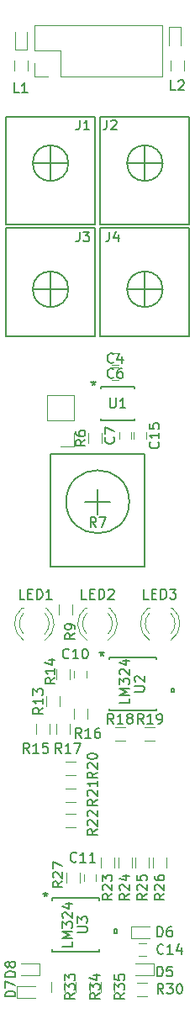
<source format=gbr>
G04 #@! TF.GenerationSoftware,KiCad,Pcbnew,(5.0.0)*
G04 #@! TF.CreationDate,2019-01-08T13:59:11-08:00*
G04 #@! TF.ProjectId,pcb,7063622E6B696361645F706362000000,rev?*
G04 #@! TF.SameCoordinates,Original*
G04 #@! TF.FileFunction,Legend,Top*
G04 #@! TF.FilePolarity,Positive*
%FSLAX46Y46*%
G04 Gerber Fmt 4.6, Leading zero omitted, Abs format (unit mm)*
G04 Created by KiCad (PCBNEW (5.0.0)) date 01/08/19 13:59:11*
%MOMM*%
%LPD*%
G01*
G04 APERTURE LIST*
%ADD10C,0.120000*%
%ADD11C,0.150000*%
%ADD12C,0.152400*%
G04 APERTURE END LIST*
D10*
G04 #@! TO.C,C10*
X147350000Y-115150000D02*
X147350000Y-115850000D01*
X146150000Y-115850000D02*
X146150000Y-115150000D01*
G04 #@! TO.C,C14*
X153350000Y-143850000D02*
X152650000Y-143850000D01*
X152650000Y-142650000D02*
X153350000Y-142650000D01*
G04 #@! TO.C,D8*
X142200000Y-148100000D02*
X140350000Y-148100000D01*
X142200000Y-146900000D02*
X140350000Y-146900000D01*
X140350000Y-146900000D02*
X140350000Y-148100000D01*
D11*
G04 #@! TO.C,R7*
X147230000Y-98150000D02*
X149770000Y-98150000D01*
X148500000Y-96880000D02*
X148500000Y-99420000D01*
X151675000Y-98150000D02*
G75*
G03X151675000Y-98150000I-3175000J0D01*
G01*
X143750000Y-93300000D02*
X143750000Y-104650000D01*
X153250000Y-93300000D02*
X153250000Y-104650000D01*
X143750000Y-104650000D02*
X153250000Y-104650000D01*
X143750000Y-93300000D02*
X153250000Y-93300000D01*
D10*
G04 #@! TO.C,C15*
X152150000Y-91850000D02*
X152150000Y-91150000D01*
X153350000Y-91150000D02*
X153350000Y-91850000D01*
G04 #@! TO.C,C11*
X147150000Y-136350000D02*
X147150000Y-135650000D01*
X148350000Y-135650000D02*
X148350000Y-136350000D01*
G04 #@! TO.C,C7*
X150650000Y-91850000D02*
X150650000Y-91150000D01*
X151850000Y-91150000D02*
X151850000Y-91850000D01*
G04 #@! TO.C,C6*
X149900000Y-83150000D02*
X150600000Y-83150000D01*
X150600000Y-84350000D02*
X149900000Y-84350000D01*
G04 #@! TO.C,C4*
X150600000Y-85850000D02*
X149900000Y-85850000D01*
X149900000Y-84650000D02*
X150600000Y-84650000D01*
G04 #@! TO.C,L1*
X140070000Y-54750000D02*
X140070000Y-53750000D01*
X141430000Y-53750000D02*
X141430000Y-54750000D01*
G04 #@! TO.C,L2*
X157180000Y-53750000D02*
X157180000Y-54750000D01*
X155820000Y-54750000D02*
X155820000Y-53750000D01*
G04 #@! TO.C,R34*
X147680000Y-146500000D02*
X147680000Y-147500000D01*
X146320000Y-147500000D02*
X146320000Y-146500000D01*
G04 #@! TO.C,R33*
X145180000Y-146500000D02*
X145180000Y-147500000D01*
X143820000Y-147500000D02*
X143820000Y-146500000D01*
G04 #@! TO.C,R20*
X146250000Y-125680000D02*
X145250000Y-125680000D01*
X145250000Y-124320000D02*
X146250000Y-124320000D01*
G04 #@! TO.C,R21*
X145250000Y-127070000D02*
X146250000Y-127070000D01*
X146250000Y-128430000D02*
X145250000Y-128430000D01*
G04 #@! TO.C,R30*
X152500000Y-146570000D02*
X153500000Y-146570000D01*
X153500000Y-147930000D02*
X152500000Y-147930000D01*
G04 #@! TO.C,R23*
X150180000Y-134000000D02*
X150180000Y-135000000D01*
X148820000Y-135000000D02*
X148820000Y-134000000D01*
G04 #@! TO.C,R24*
X150570000Y-135000000D02*
X150570000Y-134000000D01*
X151930000Y-134000000D02*
X151930000Y-135000000D01*
G04 #@! TO.C,R25*
X153680000Y-134000000D02*
X153680000Y-135000000D01*
X152320000Y-135000000D02*
X152320000Y-134000000D01*
G04 #@! TO.C,R18*
X150250000Y-120820000D02*
X151250000Y-120820000D01*
X151250000Y-122180000D02*
X150250000Y-122180000D01*
G04 #@! TO.C,R26*
X155430000Y-134000000D02*
X155430000Y-135000000D01*
X154070000Y-135000000D02*
X154070000Y-134000000D01*
G04 #@! TO.C,R27*
X146680000Y-135500000D02*
X146680000Y-136500000D01*
X145320000Y-136500000D02*
X145320000Y-135500000D01*
G04 #@! TO.C,R17*
X145680000Y-120500000D02*
X145680000Y-121500000D01*
X144320000Y-121500000D02*
X144320000Y-120500000D01*
G04 #@! TO.C,R19*
X153250000Y-120820000D02*
X154250000Y-120820000D01*
X154250000Y-122180000D02*
X153250000Y-122180000D01*
G04 #@! TO.C,R6*
X148930000Y-91250000D02*
X148930000Y-92250000D01*
X147570000Y-92250000D02*
X147570000Y-91250000D01*
G04 #@! TO.C,R9*
X145930000Y-108500000D02*
X145930000Y-109500000D01*
X144570000Y-109500000D02*
X144570000Y-108500000D01*
G04 #@! TO.C,R13*
X144680000Y-117750000D02*
X144680000Y-118750000D01*
X143320000Y-118750000D02*
X143320000Y-117750000D01*
G04 #@! TO.C,R14*
X145680000Y-115000000D02*
X145680000Y-116000000D01*
X144320000Y-116000000D02*
X144320000Y-115000000D01*
G04 #@! TO.C,R15*
X142320000Y-121500000D02*
X142320000Y-120500000D01*
X143680000Y-120500000D02*
X143680000Y-121500000D01*
G04 #@! TO.C,R16*
X146070000Y-120000000D02*
X146070000Y-119000000D01*
X147430000Y-119000000D02*
X147430000Y-120000000D01*
G04 #@! TO.C,R22*
X146250000Y-130930000D02*
X145250000Y-130930000D01*
X145250000Y-129570000D02*
X146250000Y-129570000D01*
G04 #@! TO.C,D5*
X152300000Y-144650000D02*
X154150000Y-144650000D01*
X152300000Y-145850000D02*
X154150000Y-145850000D01*
X154150000Y-145850000D02*
X154150000Y-144650000D01*
G04 #@! TO.C,D7*
X140800000Y-144650000D02*
X142650000Y-144650000D01*
X140800000Y-145850000D02*
X142650000Y-145850000D01*
X142650000Y-145850000D02*
X142650000Y-144650000D01*
G04 #@! TO.C,D2*
X156850000Y-50350000D02*
X155650000Y-50350000D01*
X156850000Y-52200000D02*
X156850000Y-50350000D01*
X155650000Y-52200000D02*
X155650000Y-50350000D01*
G04 #@! TO.C,D1*
X141350000Y-50800000D02*
X141350000Y-52650000D01*
X140150000Y-50800000D02*
X140150000Y-52650000D01*
X140150000Y-52650000D02*
X141350000Y-52650000D01*
G04 #@! TO.C,D6*
X153700000Y-142100000D02*
X151850000Y-142100000D01*
X153700000Y-140900000D02*
X151850000Y-140900000D01*
X151850000Y-140900000D02*
X151850000Y-142100000D01*
D11*
G04 #@! TO.C,J1*
X148250000Y-70250000D02*
X139250000Y-70250000D01*
X148250000Y-59350000D02*
X139250000Y-59350000D01*
X148250000Y-70250000D02*
X148250000Y-59350000D01*
X139250000Y-70250000D02*
X139250000Y-59350000D01*
X145550000Y-64050000D02*
G75*
G03X145550000Y-64050000I-1800000J0D01*
G01*
X143750000Y-65850000D02*
X143750000Y-62250000D01*
X145550000Y-64050000D02*
X141950000Y-64050000D01*
G04 #@! TO.C,J2*
X155050000Y-64050000D02*
X151450000Y-64050000D01*
X153250000Y-65850000D02*
X153250000Y-62250000D01*
X155050000Y-64050000D02*
G75*
G03X155050000Y-64050000I-1800000J0D01*
G01*
X148750000Y-70250000D02*
X148750000Y-59350000D01*
X157750000Y-70250000D02*
X157750000Y-59350000D01*
X157750000Y-59350000D02*
X148750000Y-59350000D01*
X157750000Y-70250000D02*
X148750000Y-70250000D01*
G04 #@! TO.C,J3*
X139250000Y-70550000D02*
X148250000Y-70550000D01*
X139250000Y-81450000D02*
X148250000Y-81450000D01*
X139250000Y-70550000D02*
X139250000Y-81450000D01*
X148250000Y-70550000D02*
X148250000Y-81450000D01*
X145550000Y-76750000D02*
G75*
G03X145550000Y-76750000I-1800000J0D01*
G01*
X143750000Y-74950000D02*
X143750000Y-78550000D01*
X141950000Y-76750000D02*
X145550000Y-76750000D01*
G04 #@! TO.C,J4*
X151450000Y-76750000D02*
X155050000Y-76750000D01*
X153250000Y-74950000D02*
X153250000Y-78550000D01*
X155050000Y-76750000D02*
G75*
G03X155050000Y-76750000I-1800000J0D01*
G01*
X157750000Y-70550000D02*
X157750000Y-81450000D01*
X148750000Y-70550000D02*
X148750000Y-81450000D01*
X148750000Y-81450000D02*
X157750000Y-81450000D01*
X148750000Y-70550000D02*
X157750000Y-70550000D01*
D10*
G04 #@! TO.C,MIC1*
X146080000Y-92580000D02*
X144750000Y-92580000D01*
X146080000Y-91250000D02*
X146080000Y-92580000D01*
X146080000Y-89980000D02*
X143420000Y-89980000D01*
X143420000Y-89980000D02*
X143420000Y-87380000D01*
X146080000Y-89980000D02*
X146080000Y-87380000D01*
X146080000Y-87380000D02*
X143420000Y-87380000D01*
D12*
G04 #@! TO.C,U2*
X155911600Y-116959499D02*
X156165600Y-116959499D01*
X155911600Y-117340499D02*
X155911600Y-116959499D01*
X156165600Y-117340499D02*
X155911600Y-117340499D01*
X156165600Y-116959499D02*
X156165600Y-117340499D01*
X154374900Y-114039461D02*
X154374900Y-113820300D01*
X149625100Y-118960539D02*
X149625100Y-119179700D01*
X149625100Y-113820300D02*
X149625100Y-114039459D01*
X154374900Y-113820300D02*
X149625100Y-113820300D01*
X154374900Y-119179700D02*
X154374900Y-118960541D01*
X149625100Y-119179700D02*
X154374900Y-119179700D01*
G04 #@! TO.C,U3*
X143875100Y-143429700D02*
X148624900Y-143429700D01*
X148624900Y-143429700D02*
X148624900Y-143210541D01*
X148624900Y-138070300D02*
X143875100Y-138070300D01*
X143875100Y-138070300D02*
X143875100Y-138289459D01*
X143875100Y-143210539D02*
X143875100Y-143429700D01*
X148624900Y-138289461D02*
X148624900Y-138070300D01*
X150415600Y-141209499D02*
X150415600Y-141590499D01*
X150415600Y-141590499D02*
X150161600Y-141590499D01*
X150161600Y-141590499D02*
X150161600Y-141209499D01*
X150161600Y-141209499D02*
X150415600Y-141209499D01*
G04 #@! TO.C,U1*
X148823600Y-89926400D02*
X152176400Y-89926400D01*
X152176400Y-89926400D02*
X152176400Y-89773639D01*
X152176400Y-86573600D02*
X148823600Y-86573600D01*
X148823600Y-86573600D02*
X148823600Y-86726361D01*
X148823600Y-89773639D02*
X148823600Y-89926400D01*
X152176400Y-86726361D02*
X152176400Y-86573600D01*
D10*
G04 #@! TO.C,JP4*
X142170000Y-55330000D02*
X142170000Y-54000000D01*
X143500000Y-55330000D02*
X142170000Y-55330000D01*
X142170000Y-52730000D02*
X142170000Y-50130000D01*
X144770000Y-52730000D02*
X142170000Y-52730000D01*
X144770000Y-55330000D02*
X144770000Y-52730000D01*
X142170000Y-50130000D02*
X154990000Y-50130000D01*
X144770000Y-55330000D02*
X154990000Y-55330000D01*
X154990000Y-55330000D02*
X154990000Y-50130000D01*
G04 #@! TO.C,LED1*
X141030000Y-108860000D02*
X140874000Y-108860000D01*
X143346000Y-108860000D02*
X143190000Y-108860000D01*
X141030163Y-111461130D02*
G75*
G02X141030000Y-109379039I1079837J1041130D01*
G01*
X143189837Y-111461130D02*
G75*
G03X143190000Y-109379039I-1079837J1041130D01*
G01*
X141031392Y-112092335D02*
G75*
G02X140874484Y-108860000I1078608J1672335D01*
G01*
X143188608Y-112092335D02*
G75*
G03X143345516Y-108860000I-1078608J1672335D01*
G01*
G04 #@! TO.C,LED2*
X147400000Y-108860000D02*
X147244000Y-108860000D01*
X149716000Y-108860000D02*
X149560000Y-108860000D01*
X147400163Y-111461130D02*
G75*
G02X147400000Y-109379039I1079837J1041130D01*
G01*
X149559837Y-111461130D02*
G75*
G03X149560000Y-109379039I-1079837J1041130D01*
G01*
X147401392Y-112092335D02*
G75*
G02X147244484Y-108860000I1078608J1672335D01*
G01*
X149558608Y-112092335D02*
G75*
G03X149715516Y-108860000I-1078608J1672335D01*
G01*
G04 #@! TO.C,LED3*
X155868608Y-112092335D02*
G75*
G03X156025516Y-108860000I-1078608J1672335D01*
G01*
X153711392Y-112092335D02*
G75*
G02X153554484Y-108860000I1078608J1672335D01*
G01*
X155869837Y-111461130D02*
G75*
G03X155870000Y-109379039I-1079837J1041130D01*
G01*
X153710163Y-111461130D02*
G75*
G02X153710000Y-109379039I1079837J1041130D01*
G01*
X156026000Y-108860000D02*
X155870000Y-108860000D01*
X153710000Y-108860000D02*
X153554000Y-108860000D01*
G04 #@! TO.C,R35*
X150180000Y-146500000D02*
X150180000Y-147500000D01*
X148820000Y-147500000D02*
X148820000Y-146500000D01*
G04 #@! TO.C,C10*
D11*
X145607142Y-113857142D02*
X145559523Y-113904761D01*
X145416666Y-113952380D01*
X145321428Y-113952380D01*
X145178571Y-113904761D01*
X145083333Y-113809523D01*
X145035714Y-113714285D01*
X144988095Y-113523809D01*
X144988095Y-113380952D01*
X145035714Y-113190476D01*
X145083333Y-113095238D01*
X145178571Y-113000000D01*
X145321428Y-112952380D01*
X145416666Y-112952380D01*
X145559523Y-113000000D01*
X145607142Y-113047619D01*
X146559523Y-113952380D02*
X145988095Y-113952380D01*
X146273809Y-113952380D02*
X146273809Y-112952380D01*
X146178571Y-113095238D01*
X146083333Y-113190476D01*
X145988095Y-113238095D01*
X147178571Y-112952380D02*
X147273809Y-112952380D01*
X147369047Y-113000000D01*
X147416666Y-113047619D01*
X147464285Y-113142857D01*
X147511904Y-113333333D01*
X147511904Y-113571428D01*
X147464285Y-113761904D01*
X147416666Y-113857142D01*
X147369047Y-113904761D01*
X147273809Y-113952380D01*
X147178571Y-113952380D01*
X147083333Y-113904761D01*
X147035714Y-113857142D01*
X146988095Y-113761904D01*
X146940476Y-113571428D01*
X146940476Y-113333333D01*
X146988095Y-113142857D01*
X147035714Y-113047619D01*
X147083333Y-113000000D01*
X147178571Y-112952380D01*
G04 #@! TO.C,C14*
X155107142Y-143607142D02*
X155059523Y-143654761D01*
X154916666Y-143702380D01*
X154821428Y-143702380D01*
X154678571Y-143654761D01*
X154583333Y-143559523D01*
X154535714Y-143464285D01*
X154488095Y-143273809D01*
X154488095Y-143130952D01*
X154535714Y-142940476D01*
X154583333Y-142845238D01*
X154678571Y-142750000D01*
X154821428Y-142702380D01*
X154916666Y-142702380D01*
X155059523Y-142750000D01*
X155107142Y-142797619D01*
X156059523Y-143702380D02*
X155488095Y-143702380D01*
X155773809Y-143702380D02*
X155773809Y-142702380D01*
X155678571Y-142845238D01*
X155583333Y-142940476D01*
X155488095Y-142988095D01*
X156916666Y-143035714D02*
X156916666Y-143702380D01*
X156678571Y-142654761D02*
X156440476Y-143369047D01*
X157059523Y-143369047D01*
G04 #@! TO.C,D8*
X140202380Y-145988095D02*
X139202380Y-145988095D01*
X139202380Y-145750000D01*
X139250000Y-145607142D01*
X139345238Y-145511904D01*
X139440476Y-145464285D01*
X139630952Y-145416666D01*
X139773809Y-145416666D01*
X139964285Y-145464285D01*
X140059523Y-145511904D01*
X140154761Y-145607142D01*
X140202380Y-145750000D01*
X140202380Y-145988095D01*
X139630952Y-144845238D02*
X139583333Y-144940476D01*
X139535714Y-144988095D01*
X139440476Y-145035714D01*
X139392857Y-145035714D01*
X139297619Y-144988095D01*
X139250000Y-144940476D01*
X139202380Y-144845238D01*
X139202380Y-144654761D01*
X139250000Y-144559523D01*
X139297619Y-144511904D01*
X139392857Y-144464285D01*
X139440476Y-144464285D01*
X139535714Y-144511904D01*
X139583333Y-144559523D01*
X139630952Y-144654761D01*
X139630952Y-144845238D01*
X139678571Y-144940476D01*
X139726190Y-144988095D01*
X139821428Y-145035714D01*
X140011904Y-145035714D01*
X140107142Y-144988095D01*
X140154761Y-144940476D01*
X140202380Y-144845238D01*
X140202380Y-144654761D01*
X140154761Y-144559523D01*
X140107142Y-144511904D01*
X140011904Y-144464285D01*
X139821428Y-144464285D01*
X139726190Y-144511904D01*
X139678571Y-144559523D01*
X139630952Y-144654761D01*
G04 #@! TO.C,R7*
X148333333Y-100702380D02*
X148000000Y-100226190D01*
X147761904Y-100702380D02*
X147761904Y-99702380D01*
X148142857Y-99702380D01*
X148238095Y-99750000D01*
X148285714Y-99797619D01*
X148333333Y-99892857D01*
X148333333Y-100035714D01*
X148285714Y-100130952D01*
X148238095Y-100178571D01*
X148142857Y-100226190D01*
X147761904Y-100226190D01*
X148666666Y-99702380D02*
X149333333Y-99702380D01*
X148904761Y-100702380D01*
G04 #@! TO.C,C15*
X154607142Y-92142857D02*
X154654761Y-92190476D01*
X154702380Y-92333333D01*
X154702380Y-92428571D01*
X154654761Y-92571428D01*
X154559523Y-92666666D01*
X154464285Y-92714285D01*
X154273809Y-92761904D01*
X154130952Y-92761904D01*
X153940476Y-92714285D01*
X153845238Y-92666666D01*
X153750000Y-92571428D01*
X153702380Y-92428571D01*
X153702380Y-92333333D01*
X153750000Y-92190476D01*
X153797619Y-92142857D01*
X154702380Y-91190476D02*
X154702380Y-91761904D01*
X154702380Y-91476190D02*
X153702380Y-91476190D01*
X153845238Y-91571428D01*
X153940476Y-91666666D01*
X153988095Y-91761904D01*
X153702380Y-90285714D02*
X153702380Y-90761904D01*
X154178571Y-90809523D01*
X154130952Y-90761904D01*
X154083333Y-90666666D01*
X154083333Y-90428571D01*
X154130952Y-90333333D01*
X154178571Y-90285714D01*
X154273809Y-90238095D01*
X154511904Y-90238095D01*
X154607142Y-90285714D01*
X154654761Y-90333333D01*
X154702380Y-90428571D01*
X154702380Y-90666666D01*
X154654761Y-90761904D01*
X154607142Y-90809523D01*
G04 #@! TO.C,C11*
X146357142Y-134357142D02*
X146309523Y-134404761D01*
X146166666Y-134452380D01*
X146071428Y-134452380D01*
X145928571Y-134404761D01*
X145833333Y-134309523D01*
X145785714Y-134214285D01*
X145738095Y-134023809D01*
X145738095Y-133880952D01*
X145785714Y-133690476D01*
X145833333Y-133595238D01*
X145928571Y-133500000D01*
X146071428Y-133452380D01*
X146166666Y-133452380D01*
X146309523Y-133500000D01*
X146357142Y-133547619D01*
X147309523Y-134452380D02*
X146738095Y-134452380D01*
X147023809Y-134452380D02*
X147023809Y-133452380D01*
X146928571Y-133595238D01*
X146833333Y-133690476D01*
X146738095Y-133738095D01*
X148261904Y-134452380D02*
X147690476Y-134452380D01*
X147976190Y-134452380D02*
X147976190Y-133452380D01*
X147880952Y-133595238D01*
X147785714Y-133690476D01*
X147690476Y-133738095D01*
G04 #@! TO.C,C7*
X150107142Y-91666666D02*
X150154761Y-91714285D01*
X150202380Y-91857142D01*
X150202380Y-91952380D01*
X150154761Y-92095238D01*
X150059523Y-92190476D01*
X149964285Y-92238095D01*
X149773809Y-92285714D01*
X149630952Y-92285714D01*
X149440476Y-92238095D01*
X149345238Y-92190476D01*
X149250000Y-92095238D01*
X149202380Y-91952380D01*
X149202380Y-91857142D01*
X149250000Y-91714285D01*
X149297619Y-91666666D01*
X149202380Y-91333333D02*
X149202380Y-90666666D01*
X150202380Y-91095238D01*
G04 #@! TO.C,C6*
X150083333Y-85607142D02*
X150035714Y-85654761D01*
X149892857Y-85702380D01*
X149797619Y-85702380D01*
X149654761Y-85654761D01*
X149559523Y-85559523D01*
X149511904Y-85464285D01*
X149464285Y-85273809D01*
X149464285Y-85130952D01*
X149511904Y-84940476D01*
X149559523Y-84845238D01*
X149654761Y-84750000D01*
X149797619Y-84702380D01*
X149892857Y-84702380D01*
X150035714Y-84750000D01*
X150083333Y-84797619D01*
X150940476Y-84702380D02*
X150750000Y-84702380D01*
X150654761Y-84750000D01*
X150607142Y-84797619D01*
X150511904Y-84940476D01*
X150464285Y-85130952D01*
X150464285Y-85511904D01*
X150511904Y-85607142D01*
X150559523Y-85654761D01*
X150654761Y-85702380D01*
X150845238Y-85702380D01*
X150940476Y-85654761D01*
X150988095Y-85607142D01*
X151035714Y-85511904D01*
X151035714Y-85273809D01*
X150988095Y-85178571D01*
X150940476Y-85130952D01*
X150845238Y-85083333D01*
X150654761Y-85083333D01*
X150559523Y-85130952D01*
X150511904Y-85178571D01*
X150464285Y-85273809D01*
G04 #@! TO.C,C4*
X150083333Y-84107142D02*
X150035714Y-84154761D01*
X149892857Y-84202380D01*
X149797619Y-84202380D01*
X149654761Y-84154761D01*
X149559523Y-84059523D01*
X149511904Y-83964285D01*
X149464285Y-83773809D01*
X149464285Y-83630952D01*
X149511904Y-83440476D01*
X149559523Y-83345238D01*
X149654761Y-83250000D01*
X149797619Y-83202380D01*
X149892857Y-83202380D01*
X150035714Y-83250000D01*
X150083333Y-83297619D01*
X150940476Y-83535714D02*
X150940476Y-84202380D01*
X150702380Y-83154761D02*
X150464285Y-83869047D01*
X151083333Y-83869047D01*
G04 #@! TO.C,L1*
X140583333Y-56952380D02*
X140107142Y-56952380D01*
X140107142Y-55952380D01*
X141440476Y-56952380D02*
X140869047Y-56952380D01*
X141154761Y-56952380D02*
X141154761Y-55952380D01*
X141059523Y-56095238D01*
X140964285Y-56190476D01*
X140869047Y-56238095D01*
G04 #@! TO.C,L2*
X156333333Y-56702380D02*
X155857142Y-56702380D01*
X155857142Y-55702380D01*
X156619047Y-55797619D02*
X156666666Y-55750000D01*
X156761904Y-55702380D01*
X157000000Y-55702380D01*
X157095238Y-55750000D01*
X157142857Y-55797619D01*
X157190476Y-55892857D01*
X157190476Y-55988095D01*
X157142857Y-56130952D01*
X156571428Y-56702380D01*
X157190476Y-56702380D01*
G04 #@! TO.C,R34*
X148702380Y-147642857D02*
X148226190Y-147976190D01*
X148702380Y-148214285D02*
X147702380Y-148214285D01*
X147702380Y-147833333D01*
X147750000Y-147738095D01*
X147797619Y-147690476D01*
X147892857Y-147642857D01*
X148035714Y-147642857D01*
X148130952Y-147690476D01*
X148178571Y-147738095D01*
X148226190Y-147833333D01*
X148226190Y-148214285D01*
X147702380Y-147309523D02*
X147702380Y-146690476D01*
X148083333Y-147023809D01*
X148083333Y-146880952D01*
X148130952Y-146785714D01*
X148178571Y-146738095D01*
X148273809Y-146690476D01*
X148511904Y-146690476D01*
X148607142Y-146738095D01*
X148654761Y-146785714D01*
X148702380Y-146880952D01*
X148702380Y-147166666D01*
X148654761Y-147261904D01*
X148607142Y-147309523D01*
X148035714Y-145833333D02*
X148702380Y-145833333D01*
X147654761Y-146071428D02*
X148369047Y-146309523D01*
X148369047Y-145690476D01*
G04 #@! TO.C,R33*
X146202380Y-147642857D02*
X145726190Y-147976190D01*
X146202380Y-148214285D02*
X145202380Y-148214285D01*
X145202380Y-147833333D01*
X145250000Y-147738095D01*
X145297619Y-147690476D01*
X145392857Y-147642857D01*
X145535714Y-147642857D01*
X145630952Y-147690476D01*
X145678571Y-147738095D01*
X145726190Y-147833333D01*
X145726190Y-148214285D01*
X145202380Y-147309523D02*
X145202380Y-146690476D01*
X145583333Y-147023809D01*
X145583333Y-146880952D01*
X145630952Y-146785714D01*
X145678571Y-146738095D01*
X145773809Y-146690476D01*
X146011904Y-146690476D01*
X146107142Y-146738095D01*
X146154761Y-146785714D01*
X146202380Y-146880952D01*
X146202380Y-147166666D01*
X146154761Y-147261904D01*
X146107142Y-147309523D01*
X145202380Y-146357142D02*
X145202380Y-145738095D01*
X145583333Y-146071428D01*
X145583333Y-145928571D01*
X145630952Y-145833333D01*
X145678571Y-145785714D01*
X145773809Y-145738095D01*
X146011904Y-145738095D01*
X146107142Y-145785714D01*
X146154761Y-145833333D01*
X146202380Y-145928571D01*
X146202380Y-146214285D01*
X146154761Y-146309523D01*
X146107142Y-146357142D01*
G04 #@! TO.C,R20*
X148452380Y-125392857D02*
X147976190Y-125726190D01*
X148452380Y-125964285D02*
X147452380Y-125964285D01*
X147452380Y-125583333D01*
X147500000Y-125488095D01*
X147547619Y-125440476D01*
X147642857Y-125392857D01*
X147785714Y-125392857D01*
X147880952Y-125440476D01*
X147928571Y-125488095D01*
X147976190Y-125583333D01*
X147976190Y-125964285D01*
X147547619Y-125011904D02*
X147500000Y-124964285D01*
X147452380Y-124869047D01*
X147452380Y-124630952D01*
X147500000Y-124535714D01*
X147547619Y-124488095D01*
X147642857Y-124440476D01*
X147738095Y-124440476D01*
X147880952Y-124488095D01*
X148452380Y-125059523D01*
X148452380Y-124440476D01*
X147452380Y-123821428D02*
X147452380Y-123726190D01*
X147500000Y-123630952D01*
X147547619Y-123583333D01*
X147642857Y-123535714D01*
X147833333Y-123488095D01*
X148071428Y-123488095D01*
X148261904Y-123535714D01*
X148357142Y-123583333D01*
X148404761Y-123630952D01*
X148452380Y-123726190D01*
X148452380Y-123821428D01*
X148404761Y-123916666D01*
X148357142Y-123964285D01*
X148261904Y-124011904D01*
X148071428Y-124059523D01*
X147833333Y-124059523D01*
X147642857Y-124011904D01*
X147547619Y-123964285D01*
X147500000Y-123916666D01*
X147452380Y-123821428D01*
G04 #@! TO.C,R21*
X148452380Y-128142857D02*
X147976190Y-128476190D01*
X148452380Y-128714285D02*
X147452380Y-128714285D01*
X147452380Y-128333333D01*
X147500000Y-128238095D01*
X147547619Y-128190476D01*
X147642857Y-128142857D01*
X147785714Y-128142857D01*
X147880952Y-128190476D01*
X147928571Y-128238095D01*
X147976190Y-128333333D01*
X147976190Y-128714285D01*
X147547619Y-127761904D02*
X147500000Y-127714285D01*
X147452380Y-127619047D01*
X147452380Y-127380952D01*
X147500000Y-127285714D01*
X147547619Y-127238095D01*
X147642857Y-127190476D01*
X147738095Y-127190476D01*
X147880952Y-127238095D01*
X148452380Y-127809523D01*
X148452380Y-127190476D01*
X148452380Y-126238095D02*
X148452380Y-126809523D01*
X148452380Y-126523809D02*
X147452380Y-126523809D01*
X147595238Y-126619047D01*
X147690476Y-126714285D01*
X147738095Y-126809523D01*
G04 #@! TO.C,R30*
X155107142Y-147702380D02*
X154773809Y-147226190D01*
X154535714Y-147702380D02*
X154535714Y-146702380D01*
X154916666Y-146702380D01*
X155011904Y-146750000D01*
X155059523Y-146797619D01*
X155107142Y-146892857D01*
X155107142Y-147035714D01*
X155059523Y-147130952D01*
X155011904Y-147178571D01*
X154916666Y-147226190D01*
X154535714Y-147226190D01*
X155440476Y-146702380D02*
X156059523Y-146702380D01*
X155726190Y-147083333D01*
X155869047Y-147083333D01*
X155964285Y-147130952D01*
X156011904Y-147178571D01*
X156059523Y-147273809D01*
X156059523Y-147511904D01*
X156011904Y-147607142D01*
X155964285Y-147654761D01*
X155869047Y-147702380D01*
X155583333Y-147702380D01*
X155488095Y-147654761D01*
X155440476Y-147607142D01*
X156678571Y-146702380D02*
X156773809Y-146702380D01*
X156869047Y-146750000D01*
X156916666Y-146797619D01*
X156964285Y-146892857D01*
X157011904Y-147083333D01*
X157011904Y-147321428D01*
X156964285Y-147511904D01*
X156916666Y-147607142D01*
X156869047Y-147654761D01*
X156773809Y-147702380D01*
X156678571Y-147702380D01*
X156583333Y-147654761D01*
X156535714Y-147607142D01*
X156488095Y-147511904D01*
X156440476Y-147321428D01*
X156440476Y-147083333D01*
X156488095Y-146892857D01*
X156535714Y-146797619D01*
X156583333Y-146750000D01*
X156678571Y-146702380D01*
G04 #@! TO.C,R23*
X149952380Y-137642857D02*
X149476190Y-137976190D01*
X149952380Y-138214285D02*
X148952380Y-138214285D01*
X148952380Y-137833333D01*
X149000000Y-137738095D01*
X149047619Y-137690476D01*
X149142857Y-137642857D01*
X149285714Y-137642857D01*
X149380952Y-137690476D01*
X149428571Y-137738095D01*
X149476190Y-137833333D01*
X149476190Y-138214285D01*
X149047619Y-137261904D02*
X149000000Y-137214285D01*
X148952380Y-137119047D01*
X148952380Y-136880952D01*
X149000000Y-136785714D01*
X149047619Y-136738095D01*
X149142857Y-136690476D01*
X149238095Y-136690476D01*
X149380952Y-136738095D01*
X149952380Y-137309523D01*
X149952380Y-136690476D01*
X148952380Y-136357142D02*
X148952380Y-135738095D01*
X149333333Y-136071428D01*
X149333333Y-135928571D01*
X149380952Y-135833333D01*
X149428571Y-135785714D01*
X149523809Y-135738095D01*
X149761904Y-135738095D01*
X149857142Y-135785714D01*
X149904761Y-135833333D01*
X149952380Y-135928571D01*
X149952380Y-136214285D01*
X149904761Y-136309523D01*
X149857142Y-136357142D01*
G04 #@! TO.C,R24*
X151702380Y-137642857D02*
X151226190Y-137976190D01*
X151702380Y-138214285D02*
X150702380Y-138214285D01*
X150702380Y-137833333D01*
X150750000Y-137738095D01*
X150797619Y-137690476D01*
X150892857Y-137642857D01*
X151035714Y-137642857D01*
X151130952Y-137690476D01*
X151178571Y-137738095D01*
X151226190Y-137833333D01*
X151226190Y-138214285D01*
X150797619Y-137261904D02*
X150750000Y-137214285D01*
X150702380Y-137119047D01*
X150702380Y-136880952D01*
X150750000Y-136785714D01*
X150797619Y-136738095D01*
X150892857Y-136690476D01*
X150988095Y-136690476D01*
X151130952Y-136738095D01*
X151702380Y-137309523D01*
X151702380Y-136690476D01*
X151035714Y-135833333D02*
X151702380Y-135833333D01*
X150654761Y-136071428D02*
X151369047Y-136309523D01*
X151369047Y-135690476D01*
G04 #@! TO.C,R25*
X153452380Y-137642857D02*
X152976190Y-137976190D01*
X153452380Y-138214285D02*
X152452380Y-138214285D01*
X152452380Y-137833333D01*
X152500000Y-137738095D01*
X152547619Y-137690476D01*
X152642857Y-137642857D01*
X152785714Y-137642857D01*
X152880952Y-137690476D01*
X152928571Y-137738095D01*
X152976190Y-137833333D01*
X152976190Y-138214285D01*
X152547619Y-137261904D02*
X152500000Y-137214285D01*
X152452380Y-137119047D01*
X152452380Y-136880952D01*
X152500000Y-136785714D01*
X152547619Y-136738095D01*
X152642857Y-136690476D01*
X152738095Y-136690476D01*
X152880952Y-136738095D01*
X153452380Y-137309523D01*
X153452380Y-136690476D01*
X152452380Y-135785714D02*
X152452380Y-136261904D01*
X152928571Y-136309523D01*
X152880952Y-136261904D01*
X152833333Y-136166666D01*
X152833333Y-135928571D01*
X152880952Y-135833333D01*
X152928571Y-135785714D01*
X153023809Y-135738095D01*
X153261904Y-135738095D01*
X153357142Y-135785714D01*
X153404761Y-135833333D01*
X153452380Y-135928571D01*
X153452380Y-136166666D01*
X153404761Y-136261904D01*
X153357142Y-136309523D01*
G04 #@! TO.C,R18*
X150107142Y-120502380D02*
X149773809Y-120026190D01*
X149535714Y-120502380D02*
X149535714Y-119502380D01*
X149916666Y-119502380D01*
X150011904Y-119550000D01*
X150059523Y-119597619D01*
X150107142Y-119692857D01*
X150107142Y-119835714D01*
X150059523Y-119930952D01*
X150011904Y-119978571D01*
X149916666Y-120026190D01*
X149535714Y-120026190D01*
X151059523Y-120502380D02*
X150488095Y-120502380D01*
X150773809Y-120502380D02*
X150773809Y-119502380D01*
X150678571Y-119645238D01*
X150583333Y-119740476D01*
X150488095Y-119788095D01*
X151630952Y-119930952D02*
X151535714Y-119883333D01*
X151488095Y-119835714D01*
X151440476Y-119740476D01*
X151440476Y-119692857D01*
X151488095Y-119597619D01*
X151535714Y-119550000D01*
X151630952Y-119502380D01*
X151821428Y-119502380D01*
X151916666Y-119550000D01*
X151964285Y-119597619D01*
X152011904Y-119692857D01*
X152011904Y-119740476D01*
X151964285Y-119835714D01*
X151916666Y-119883333D01*
X151821428Y-119930952D01*
X151630952Y-119930952D01*
X151535714Y-119978571D01*
X151488095Y-120026190D01*
X151440476Y-120121428D01*
X151440476Y-120311904D01*
X151488095Y-120407142D01*
X151535714Y-120454761D01*
X151630952Y-120502380D01*
X151821428Y-120502380D01*
X151916666Y-120454761D01*
X151964285Y-120407142D01*
X152011904Y-120311904D01*
X152011904Y-120121428D01*
X151964285Y-120026190D01*
X151916666Y-119978571D01*
X151821428Y-119930952D01*
G04 #@! TO.C,R26*
X155202380Y-137642857D02*
X154726190Y-137976190D01*
X155202380Y-138214285D02*
X154202380Y-138214285D01*
X154202380Y-137833333D01*
X154250000Y-137738095D01*
X154297619Y-137690476D01*
X154392857Y-137642857D01*
X154535714Y-137642857D01*
X154630952Y-137690476D01*
X154678571Y-137738095D01*
X154726190Y-137833333D01*
X154726190Y-138214285D01*
X154297619Y-137261904D02*
X154250000Y-137214285D01*
X154202380Y-137119047D01*
X154202380Y-136880952D01*
X154250000Y-136785714D01*
X154297619Y-136738095D01*
X154392857Y-136690476D01*
X154488095Y-136690476D01*
X154630952Y-136738095D01*
X155202380Y-137309523D01*
X155202380Y-136690476D01*
X154202380Y-135833333D02*
X154202380Y-136023809D01*
X154250000Y-136119047D01*
X154297619Y-136166666D01*
X154440476Y-136261904D01*
X154630952Y-136309523D01*
X155011904Y-136309523D01*
X155107142Y-136261904D01*
X155154761Y-136214285D01*
X155202380Y-136119047D01*
X155202380Y-135928571D01*
X155154761Y-135833333D01*
X155107142Y-135785714D01*
X155011904Y-135738095D01*
X154773809Y-135738095D01*
X154678571Y-135785714D01*
X154630952Y-135833333D01*
X154583333Y-135928571D01*
X154583333Y-136119047D01*
X154630952Y-136214285D01*
X154678571Y-136261904D01*
X154773809Y-136309523D01*
G04 #@! TO.C,R27*
X144952380Y-136392857D02*
X144476190Y-136726190D01*
X144952380Y-136964285D02*
X143952380Y-136964285D01*
X143952380Y-136583333D01*
X144000000Y-136488095D01*
X144047619Y-136440476D01*
X144142857Y-136392857D01*
X144285714Y-136392857D01*
X144380952Y-136440476D01*
X144428571Y-136488095D01*
X144476190Y-136583333D01*
X144476190Y-136964285D01*
X144047619Y-136011904D02*
X144000000Y-135964285D01*
X143952380Y-135869047D01*
X143952380Y-135630952D01*
X144000000Y-135535714D01*
X144047619Y-135488095D01*
X144142857Y-135440476D01*
X144238095Y-135440476D01*
X144380952Y-135488095D01*
X144952380Y-136059523D01*
X144952380Y-135440476D01*
X143952380Y-135107142D02*
X143952380Y-134440476D01*
X144952380Y-134869047D01*
G04 #@! TO.C,R17*
X144857142Y-123452380D02*
X144523809Y-122976190D01*
X144285714Y-123452380D02*
X144285714Y-122452380D01*
X144666666Y-122452380D01*
X144761904Y-122500000D01*
X144809523Y-122547619D01*
X144857142Y-122642857D01*
X144857142Y-122785714D01*
X144809523Y-122880952D01*
X144761904Y-122928571D01*
X144666666Y-122976190D01*
X144285714Y-122976190D01*
X145809523Y-123452380D02*
X145238095Y-123452380D01*
X145523809Y-123452380D02*
X145523809Y-122452380D01*
X145428571Y-122595238D01*
X145333333Y-122690476D01*
X145238095Y-122738095D01*
X146142857Y-122452380D02*
X146809523Y-122452380D01*
X146380952Y-123452380D01*
G04 #@! TO.C,R19*
X153107142Y-120502380D02*
X152773809Y-120026190D01*
X152535714Y-120502380D02*
X152535714Y-119502380D01*
X152916666Y-119502380D01*
X153011904Y-119550000D01*
X153059523Y-119597619D01*
X153107142Y-119692857D01*
X153107142Y-119835714D01*
X153059523Y-119930952D01*
X153011904Y-119978571D01*
X152916666Y-120026190D01*
X152535714Y-120026190D01*
X154059523Y-120502380D02*
X153488095Y-120502380D01*
X153773809Y-120502380D02*
X153773809Y-119502380D01*
X153678571Y-119645238D01*
X153583333Y-119740476D01*
X153488095Y-119788095D01*
X154535714Y-120502380D02*
X154726190Y-120502380D01*
X154821428Y-120454761D01*
X154869047Y-120407142D01*
X154964285Y-120264285D01*
X155011904Y-120073809D01*
X155011904Y-119692857D01*
X154964285Y-119597619D01*
X154916666Y-119550000D01*
X154821428Y-119502380D01*
X154630952Y-119502380D01*
X154535714Y-119550000D01*
X154488095Y-119597619D01*
X154440476Y-119692857D01*
X154440476Y-119930952D01*
X154488095Y-120026190D01*
X154535714Y-120073809D01*
X154630952Y-120121428D01*
X154821428Y-120121428D01*
X154916666Y-120073809D01*
X154964285Y-120026190D01*
X155011904Y-119930952D01*
G04 #@! TO.C,R6*
X147252380Y-91916666D02*
X146776190Y-92250000D01*
X147252380Y-92488095D02*
X146252380Y-92488095D01*
X146252380Y-92107142D01*
X146300000Y-92011904D01*
X146347619Y-91964285D01*
X146442857Y-91916666D01*
X146585714Y-91916666D01*
X146680952Y-91964285D01*
X146728571Y-92011904D01*
X146776190Y-92107142D01*
X146776190Y-92488095D01*
X146252380Y-91059523D02*
X146252380Y-91250000D01*
X146300000Y-91345238D01*
X146347619Y-91392857D01*
X146490476Y-91488095D01*
X146680952Y-91535714D01*
X147061904Y-91535714D01*
X147157142Y-91488095D01*
X147204761Y-91440476D01*
X147252380Y-91345238D01*
X147252380Y-91154761D01*
X147204761Y-91059523D01*
X147157142Y-91011904D01*
X147061904Y-90964285D01*
X146823809Y-90964285D01*
X146728571Y-91011904D01*
X146680952Y-91059523D01*
X146633333Y-91154761D01*
X146633333Y-91345238D01*
X146680952Y-91440476D01*
X146728571Y-91488095D01*
X146823809Y-91535714D01*
G04 #@! TO.C,R9*
X146202380Y-111416666D02*
X145726190Y-111750000D01*
X146202380Y-111988095D02*
X145202380Y-111988095D01*
X145202380Y-111607142D01*
X145250000Y-111511904D01*
X145297619Y-111464285D01*
X145392857Y-111416666D01*
X145535714Y-111416666D01*
X145630952Y-111464285D01*
X145678571Y-111511904D01*
X145726190Y-111607142D01*
X145726190Y-111988095D01*
X146202380Y-110940476D02*
X146202380Y-110750000D01*
X146154761Y-110654761D01*
X146107142Y-110607142D01*
X145964285Y-110511904D01*
X145773809Y-110464285D01*
X145392857Y-110464285D01*
X145297619Y-110511904D01*
X145250000Y-110559523D01*
X145202380Y-110654761D01*
X145202380Y-110845238D01*
X145250000Y-110940476D01*
X145297619Y-110988095D01*
X145392857Y-111035714D01*
X145630952Y-111035714D01*
X145726190Y-110988095D01*
X145773809Y-110940476D01*
X145821428Y-110845238D01*
X145821428Y-110654761D01*
X145773809Y-110559523D01*
X145726190Y-110511904D01*
X145630952Y-110464285D01*
G04 #@! TO.C,R13*
X143002380Y-118892857D02*
X142526190Y-119226190D01*
X143002380Y-119464285D02*
X142002380Y-119464285D01*
X142002380Y-119083333D01*
X142050000Y-118988095D01*
X142097619Y-118940476D01*
X142192857Y-118892857D01*
X142335714Y-118892857D01*
X142430952Y-118940476D01*
X142478571Y-118988095D01*
X142526190Y-119083333D01*
X142526190Y-119464285D01*
X143002380Y-117940476D02*
X143002380Y-118511904D01*
X143002380Y-118226190D02*
X142002380Y-118226190D01*
X142145238Y-118321428D01*
X142240476Y-118416666D01*
X142288095Y-118511904D01*
X142002380Y-117607142D02*
X142002380Y-116988095D01*
X142383333Y-117321428D01*
X142383333Y-117178571D01*
X142430952Y-117083333D01*
X142478571Y-117035714D01*
X142573809Y-116988095D01*
X142811904Y-116988095D01*
X142907142Y-117035714D01*
X142954761Y-117083333D01*
X143002380Y-117178571D01*
X143002380Y-117464285D01*
X142954761Y-117559523D01*
X142907142Y-117607142D01*
G04 #@! TO.C,R14*
X144202380Y-115892857D02*
X143726190Y-116226190D01*
X144202380Y-116464285D02*
X143202380Y-116464285D01*
X143202380Y-116083333D01*
X143250000Y-115988095D01*
X143297619Y-115940476D01*
X143392857Y-115892857D01*
X143535714Y-115892857D01*
X143630952Y-115940476D01*
X143678571Y-115988095D01*
X143726190Y-116083333D01*
X143726190Y-116464285D01*
X144202380Y-114940476D02*
X144202380Y-115511904D01*
X144202380Y-115226190D02*
X143202380Y-115226190D01*
X143345238Y-115321428D01*
X143440476Y-115416666D01*
X143488095Y-115511904D01*
X143535714Y-114083333D02*
X144202380Y-114083333D01*
X143154761Y-114321428D02*
X143869047Y-114559523D01*
X143869047Y-113940476D01*
G04 #@! TO.C,R15*
X141607142Y-123452380D02*
X141273809Y-122976190D01*
X141035714Y-123452380D02*
X141035714Y-122452380D01*
X141416666Y-122452380D01*
X141511904Y-122500000D01*
X141559523Y-122547619D01*
X141607142Y-122642857D01*
X141607142Y-122785714D01*
X141559523Y-122880952D01*
X141511904Y-122928571D01*
X141416666Y-122976190D01*
X141035714Y-122976190D01*
X142559523Y-123452380D02*
X141988095Y-123452380D01*
X142273809Y-123452380D02*
X142273809Y-122452380D01*
X142178571Y-122595238D01*
X142083333Y-122690476D01*
X141988095Y-122738095D01*
X143464285Y-122452380D02*
X142988095Y-122452380D01*
X142940476Y-122928571D01*
X142988095Y-122880952D01*
X143083333Y-122833333D01*
X143321428Y-122833333D01*
X143416666Y-122880952D01*
X143464285Y-122928571D01*
X143511904Y-123023809D01*
X143511904Y-123261904D01*
X143464285Y-123357142D01*
X143416666Y-123404761D01*
X143321428Y-123452380D01*
X143083333Y-123452380D01*
X142988095Y-123404761D01*
X142940476Y-123357142D01*
G04 #@! TO.C,R16*
X146857142Y-121952380D02*
X146523809Y-121476190D01*
X146285714Y-121952380D02*
X146285714Y-120952380D01*
X146666666Y-120952380D01*
X146761904Y-121000000D01*
X146809523Y-121047619D01*
X146857142Y-121142857D01*
X146857142Y-121285714D01*
X146809523Y-121380952D01*
X146761904Y-121428571D01*
X146666666Y-121476190D01*
X146285714Y-121476190D01*
X147809523Y-121952380D02*
X147238095Y-121952380D01*
X147523809Y-121952380D02*
X147523809Y-120952380D01*
X147428571Y-121095238D01*
X147333333Y-121190476D01*
X147238095Y-121238095D01*
X148666666Y-120952380D02*
X148476190Y-120952380D01*
X148380952Y-121000000D01*
X148333333Y-121047619D01*
X148238095Y-121190476D01*
X148190476Y-121380952D01*
X148190476Y-121761904D01*
X148238095Y-121857142D01*
X148285714Y-121904761D01*
X148380952Y-121952380D01*
X148571428Y-121952380D01*
X148666666Y-121904761D01*
X148714285Y-121857142D01*
X148761904Y-121761904D01*
X148761904Y-121523809D01*
X148714285Y-121428571D01*
X148666666Y-121380952D01*
X148571428Y-121333333D01*
X148380952Y-121333333D01*
X148285714Y-121380952D01*
X148238095Y-121428571D01*
X148190476Y-121523809D01*
G04 #@! TO.C,R22*
X148452380Y-131142857D02*
X147976190Y-131476190D01*
X148452380Y-131714285D02*
X147452380Y-131714285D01*
X147452380Y-131333333D01*
X147500000Y-131238095D01*
X147547619Y-131190476D01*
X147642857Y-131142857D01*
X147785714Y-131142857D01*
X147880952Y-131190476D01*
X147928571Y-131238095D01*
X147976190Y-131333333D01*
X147976190Y-131714285D01*
X147547619Y-130761904D02*
X147500000Y-130714285D01*
X147452380Y-130619047D01*
X147452380Y-130380952D01*
X147500000Y-130285714D01*
X147547619Y-130238095D01*
X147642857Y-130190476D01*
X147738095Y-130190476D01*
X147880952Y-130238095D01*
X148452380Y-130809523D01*
X148452380Y-130190476D01*
X147547619Y-129809523D02*
X147500000Y-129761904D01*
X147452380Y-129666666D01*
X147452380Y-129428571D01*
X147500000Y-129333333D01*
X147547619Y-129285714D01*
X147642857Y-129238095D01*
X147738095Y-129238095D01*
X147880952Y-129285714D01*
X148452380Y-129857142D01*
X148452380Y-129238095D01*
G04 #@! TO.C,D5*
X154511904Y-145952380D02*
X154511904Y-144952380D01*
X154750000Y-144952380D01*
X154892857Y-145000000D01*
X154988095Y-145095238D01*
X155035714Y-145190476D01*
X155083333Y-145380952D01*
X155083333Y-145523809D01*
X155035714Y-145714285D01*
X154988095Y-145809523D01*
X154892857Y-145904761D01*
X154750000Y-145952380D01*
X154511904Y-145952380D01*
X155988095Y-144952380D02*
X155511904Y-144952380D01*
X155464285Y-145428571D01*
X155511904Y-145380952D01*
X155607142Y-145333333D01*
X155845238Y-145333333D01*
X155940476Y-145380952D01*
X155988095Y-145428571D01*
X156035714Y-145523809D01*
X156035714Y-145761904D01*
X155988095Y-145857142D01*
X155940476Y-145904761D01*
X155845238Y-145952380D01*
X155607142Y-145952380D01*
X155511904Y-145904761D01*
X155464285Y-145857142D01*
G04 #@! TO.C,D7*
X140202380Y-147988095D02*
X139202380Y-147988095D01*
X139202380Y-147750000D01*
X139250000Y-147607142D01*
X139345238Y-147511904D01*
X139440476Y-147464285D01*
X139630952Y-147416666D01*
X139773809Y-147416666D01*
X139964285Y-147464285D01*
X140059523Y-147511904D01*
X140154761Y-147607142D01*
X140202380Y-147750000D01*
X140202380Y-147988095D01*
X139202380Y-147083333D02*
X139202380Y-146416666D01*
X140202380Y-146845238D01*
G04 #@! TO.C,D6*
X154511904Y-141952380D02*
X154511904Y-140952380D01*
X154750000Y-140952380D01*
X154892857Y-141000000D01*
X154988095Y-141095238D01*
X155035714Y-141190476D01*
X155083333Y-141380952D01*
X155083333Y-141523809D01*
X155035714Y-141714285D01*
X154988095Y-141809523D01*
X154892857Y-141904761D01*
X154750000Y-141952380D01*
X154511904Y-141952380D01*
X155940476Y-140952380D02*
X155750000Y-140952380D01*
X155654761Y-141000000D01*
X155607142Y-141047619D01*
X155511904Y-141190476D01*
X155464285Y-141380952D01*
X155464285Y-141761904D01*
X155511904Y-141857142D01*
X155559523Y-141904761D01*
X155654761Y-141952380D01*
X155845238Y-141952380D01*
X155940476Y-141904761D01*
X155988095Y-141857142D01*
X156035714Y-141761904D01*
X156035714Y-141523809D01*
X155988095Y-141428571D01*
X155940476Y-141380952D01*
X155845238Y-141333333D01*
X155654761Y-141333333D01*
X155559523Y-141380952D01*
X155511904Y-141428571D01*
X155464285Y-141523809D01*
G04 #@! TO.C,J1*
X146666666Y-59702380D02*
X146666666Y-60416666D01*
X146619047Y-60559523D01*
X146523809Y-60654761D01*
X146380952Y-60702380D01*
X146285714Y-60702380D01*
X147666666Y-60702380D02*
X147095238Y-60702380D01*
X147380952Y-60702380D02*
X147380952Y-59702380D01*
X147285714Y-59845238D01*
X147190476Y-59940476D01*
X147095238Y-59988095D01*
G04 #@! TO.C,J2*
X149416666Y-59702380D02*
X149416666Y-60416666D01*
X149369047Y-60559523D01*
X149273809Y-60654761D01*
X149130952Y-60702380D01*
X149035714Y-60702380D01*
X149845238Y-59797619D02*
X149892857Y-59750000D01*
X149988095Y-59702380D01*
X150226190Y-59702380D01*
X150321428Y-59750000D01*
X150369047Y-59797619D01*
X150416666Y-59892857D01*
X150416666Y-59988095D01*
X150369047Y-60130952D01*
X149797619Y-60702380D01*
X150416666Y-60702380D01*
G04 #@! TO.C,J3*
X146666666Y-70952380D02*
X146666666Y-71666666D01*
X146619047Y-71809523D01*
X146523809Y-71904761D01*
X146380952Y-71952380D01*
X146285714Y-71952380D01*
X147047619Y-70952380D02*
X147666666Y-70952380D01*
X147333333Y-71333333D01*
X147476190Y-71333333D01*
X147571428Y-71380952D01*
X147619047Y-71428571D01*
X147666666Y-71523809D01*
X147666666Y-71761904D01*
X147619047Y-71857142D01*
X147571428Y-71904761D01*
X147476190Y-71952380D01*
X147190476Y-71952380D01*
X147095238Y-71904761D01*
X147047619Y-71857142D01*
G04 #@! TO.C,J4*
X149666666Y-70952380D02*
X149666666Y-71666666D01*
X149619047Y-71809523D01*
X149523809Y-71904761D01*
X149380952Y-71952380D01*
X149285714Y-71952380D01*
X150571428Y-71285714D02*
X150571428Y-71952380D01*
X150333333Y-70904761D02*
X150095238Y-71619047D01*
X150714285Y-71619047D01*
G04 #@! TO.C,U2*
X152202380Y-117261904D02*
X153011904Y-117261904D01*
X153107142Y-117214285D01*
X153154761Y-117166666D01*
X153202380Y-117071428D01*
X153202380Y-116880952D01*
X153154761Y-116785714D01*
X153107142Y-116738095D01*
X153011904Y-116690476D01*
X152202380Y-116690476D01*
X152297619Y-116261904D02*
X152250000Y-116214285D01*
X152202380Y-116119047D01*
X152202380Y-115880952D01*
X152250000Y-115785714D01*
X152297619Y-115738095D01*
X152392857Y-115690476D01*
X152488095Y-115690476D01*
X152630952Y-115738095D01*
X153202380Y-116309523D01*
X153202380Y-115690476D01*
X151702380Y-117940476D02*
X151702380Y-118416666D01*
X150702380Y-118416666D01*
X151702380Y-117607142D02*
X150702380Y-117607142D01*
X151416666Y-117273809D01*
X150702380Y-116940476D01*
X151702380Y-116940476D01*
X150702380Y-116559523D02*
X150702380Y-115940476D01*
X151083333Y-116273809D01*
X151083333Y-116130952D01*
X151130952Y-116035714D01*
X151178571Y-115988095D01*
X151273809Y-115940476D01*
X151511904Y-115940476D01*
X151607142Y-115988095D01*
X151654761Y-116035714D01*
X151702380Y-116130952D01*
X151702380Y-116416666D01*
X151654761Y-116511904D01*
X151607142Y-116559523D01*
X150797619Y-115559523D02*
X150750000Y-115511904D01*
X150702380Y-115416666D01*
X150702380Y-115178571D01*
X150750000Y-115083333D01*
X150797619Y-115035714D01*
X150892857Y-114988095D01*
X150988095Y-114988095D01*
X151130952Y-115035714D01*
X151702380Y-115607142D01*
X151702380Y-114988095D01*
X151035714Y-114130952D02*
X151702380Y-114130952D01*
X150654761Y-114369047D02*
X151369047Y-114607142D01*
X151369047Y-113988095D01*
X148926600Y-113202380D02*
X148926600Y-113440476D01*
X148688504Y-113345238D02*
X148926600Y-113440476D01*
X149164695Y-113345238D01*
X148783742Y-113630952D02*
X148926600Y-113440476D01*
X149069457Y-113630952D01*
G04 #@! TO.C,U3*
X146452380Y-141511904D02*
X147261904Y-141511904D01*
X147357142Y-141464285D01*
X147404761Y-141416666D01*
X147452380Y-141321428D01*
X147452380Y-141130952D01*
X147404761Y-141035714D01*
X147357142Y-140988095D01*
X147261904Y-140940476D01*
X146452380Y-140940476D01*
X146452380Y-140559523D02*
X146452380Y-139940476D01*
X146833333Y-140273809D01*
X146833333Y-140130952D01*
X146880952Y-140035714D01*
X146928571Y-139988095D01*
X147023809Y-139940476D01*
X147261904Y-139940476D01*
X147357142Y-139988095D01*
X147404761Y-140035714D01*
X147452380Y-140130952D01*
X147452380Y-140416666D01*
X147404761Y-140511904D01*
X147357142Y-140559523D01*
X145952380Y-142440476D02*
X145952380Y-142916666D01*
X144952380Y-142916666D01*
X145952380Y-142107142D02*
X144952380Y-142107142D01*
X145666666Y-141773809D01*
X144952380Y-141440476D01*
X145952380Y-141440476D01*
X144952380Y-141059523D02*
X144952380Y-140440476D01*
X145333333Y-140773809D01*
X145333333Y-140630952D01*
X145380952Y-140535714D01*
X145428571Y-140488095D01*
X145523809Y-140440476D01*
X145761904Y-140440476D01*
X145857142Y-140488095D01*
X145904761Y-140535714D01*
X145952380Y-140630952D01*
X145952380Y-140916666D01*
X145904761Y-141011904D01*
X145857142Y-141059523D01*
X145047619Y-140059523D02*
X145000000Y-140011904D01*
X144952380Y-139916666D01*
X144952380Y-139678571D01*
X145000000Y-139583333D01*
X145047619Y-139535714D01*
X145142857Y-139488095D01*
X145238095Y-139488095D01*
X145380952Y-139535714D01*
X145952380Y-140107142D01*
X145952380Y-139488095D01*
X145285714Y-138630952D02*
X145952380Y-138630952D01*
X144904761Y-138869047D02*
X145619047Y-139107142D01*
X145619047Y-138488095D01*
X143250000Y-137452380D02*
X143250000Y-137690476D01*
X143011904Y-137595238D02*
X143250000Y-137690476D01*
X143488095Y-137595238D01*
X143107142Y-137880952D02*
X143250000Y-137690476D01*
X143392857Y-137880952D01*
G04 #@! TO.C,U1*
X149738095Y-87702380D02*
X149738095Y-88511904D01*
X149785714Y-88607142D01*
X149833333Y-88654761D01*
X149928571Y-88702380D01*
X150119047Y-88702380D01*
X150214285Y-88654761D01*
X150261904Y-88607142D01*
X150309523Y-88511904D01*
X150309523Y-87702380D01*
X151309523Y-88702380D02*
X150738095Y-88702380D01*
X151023809Y-88702380D02*
X151023809Y-87702380D01*
X150928571Y-87845238D01*
X150833333Y-87940476D01*
X150738095Y-87988095D01*
X148074300Y-85952380D02*
X148074300Y-86190476D01*
X147836204Y-86095238D02*
X148074300Y-86190476D01*
X148312395Y-86095238D01*
X147931442Y-86380952D02*
X148074300Y-86190476D01*
X148217157Y-86380952D01*
G04 #@! TO.C,LED1*
X141130952Y-107952380D02*
X140654761Y-107952380D01*
X140654761Y-106952380D01*
X141464285Y-107428571D02*
X141797619Y-107428571D01*
X141940476Y-107952380D02*
X141464285Y-107952380D01*
X141464285Y-106952380D01*
X141940476Y-106952380D01*
X142369047Y-107952380D02*
X142369047Y-106952380D01*
X142607142Y-106952380D01*
X142750000Y-107000000D01*
X142845238Y-107095238D01*
X142892857Y-107190476D01*
X142940476Y-107380952D01*
X142940476Y-107523809D01*
X142892857Y-107714285D01*
X142845238Y-107809523D01*
X142750000Y-107904761D01*
X142607142Y-107952380D01*
X142369047Y-107952380D01*
X143892857Y-107952380D02*
X143321428Y-107952380D01*
X143607142Y-107952380D02*
X143607142Y-106952380D01*
X143511904Y-107095238D01*
X143416666Y-107190476D01*
X143321428Y-107238095D01*
G04 #@! TO.C,LED2*
X147380952Y-107952380D02*
X146904761Y-107952380D01*
X146904761Y-106952380D01*
X147714285Y-107428571D02*
X148047619Y-107428571D01*
X148190476Y-107952380D02*
X147714285Y-107952380D01*
X147714285Y-106952380D01*
X148190476Y-106952380D01*
X148619047Y-107952380D02*
X148619047Y-106952380D01*
X148857142Y-106952380D01*
X149000000Y-107000000D01*
X149095238Y-107095238D01*
X149142857Y-107190476D01*
X149190476Y-107380952D01*
X149190476Y-107523809D01*
X149142857Y-107714285D01*
X149095238Y-107809523D01*
X149000000Y-107904761D01*
X148857142Y-107952380D01*
X148619047Y-107952380D01*
X149571428Y-107047619D02*
X149619047Y-107000000D01*
X149714285Y-106952380D01*
X149952380Y-106952380D01*
X150047619Y-107000000D01*
X150095238Y-107047619D01*
X150142857Y-107142857D01*
X150142857Y-107238095D01*
X150095238Y-107380952D01*
X149523809Y-107952380D01*
X150142857Y-107952380D01*
G04 #@! TO.C,LED3*
X153630952Y-107952380D02*
X153154761Y-107952380D01*
X153154761Y-106952380D01*
X153964285Y-107428571D02*
X154297619Y-107428571D01*
X154440476Y-107952380D02*
X153964285Y-107952380D01*
X153964285Y-106952380D01*
X154440476Y-106952380D01*
X154869047Y-107952380D02*
X154869047Y-106952380D01*
X155107142Y-106952380D01*
X155250000Y-107000000D01*
X155345238Y-107095238D01*
X155392857Y-107190476D01*
X155440476Y-107380952D01*
X155440476Y-107523809D01*
X155392857Y-107714285D01*
X155345238Y-107809523D01*
X155250000Y-107904761D01*
X155107142Y-107952380D01*
X154869047Y-107952380D01*
X155773809Y-106952380D02*
X156392857Y-106952380D01*
X156059523Y-107333333D01*
X156202380Y-107333333D01*
X156297619Y-107380952D01*
X156345238Y-107428571D01*
X156392857Y-107523809D01*
X156392857Y-107761904D01*
X156345238Y-107857142D01*
X156297619Y-107904761D01*
X156202380Y-107952380D01*
X155916666Y-107952380D01*
X155821428Y-107904761D01*
X155773809Y-107857142D01*
G04 #@! TO.C,R35*
X151202380Y-147642857D02*
X150726190Y-147976190D01*
X151202380Y-148214285D02*
X150202380Y-148214285D01*
X150202380Y-147833333D01*
X150250000Y-147738095D01*
X150297619Y-147690476D01*
X150392857Y-147642857D01*
X150535714Y-147642857D01*
X150630952Y-147690476D01*
X150678571Y-147738095D01*
X150726190Y-147833333D01*
X150726190Y-148214285D01*
X150202380Y-147309523D02*
X150202380Y-146690476D01*
X150583333Y-147023809D01*
X150583333Y-146880952D01*
X150630952Y-146785714D01*
X150678571Y-146738095D01*
X150773809Y-146690476D01*
X151011904Y-146690476D01*
X151107142Y-146738095D01*
X151154761Y-146785714D01*
X151202380Y-146880952D01*
X151202380Y-147166666D01*
X151154761Y-147261904D01*
X151107142Y-147309523D01*
X150202380Y-145785714D02*
X150202380Y-146261904D01*
X150678571Y-146309523D01*
X150630952Y-146261904D01*
X150583333Y-146166666D01*
X150583333Y-145928571D01*
X150630952Y-145833333D01*
X150678571Y-145785714D01*
X150773809Y-145738095D01*
X151011904Y-145738095D01*
X151107142Y-145785714D01*
X151154761Y-145833333D01*
X151202380Y-145928571D01*
X151202380Y-146166666D01*
X151154761Y-146261904D01*
X151107142Y-146309523D01*
G04 #@! TD*
M02*

</source>
